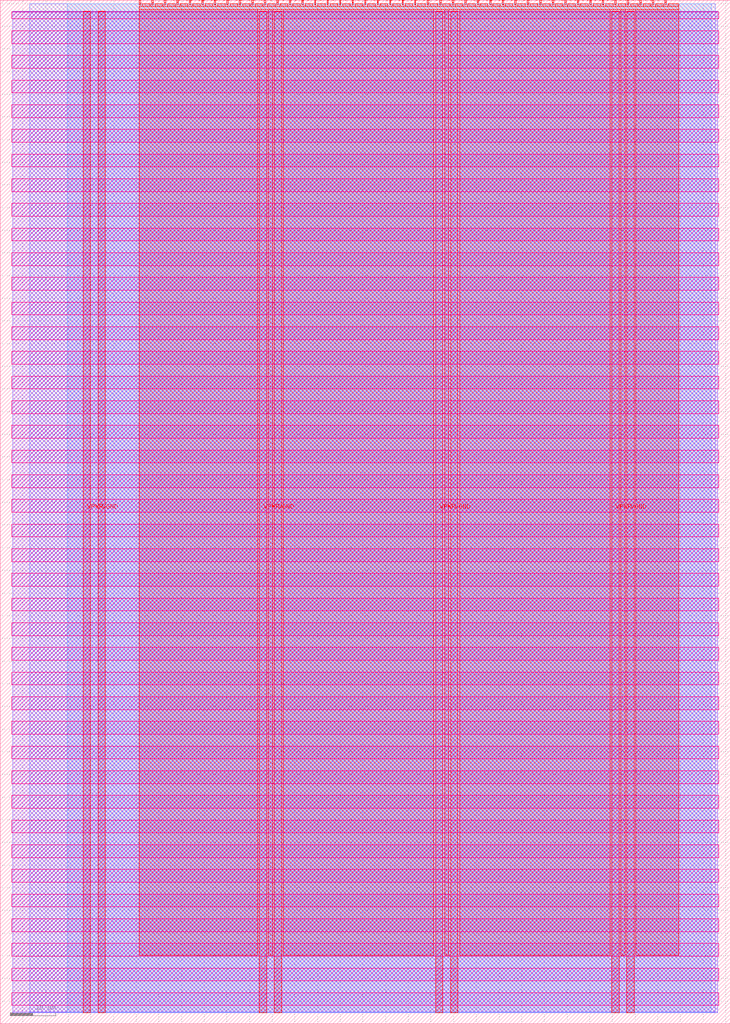
<source format=lef>
VERSION 5.7 ;
  NOWIREEXTENSIONATPIN ON ;
  DIVIDERCHAR "/" ;
  BUSBITCHARS "[]" ;
MACRO tt_um_gfg_development_tinymandelbrot
  CLASS BLOCK ;
  FOREIGN tt_um_gfg_development_tinymandelbrot ;
  ORIGIN 0.000 0.000 ;
  SIZE 161.000 BY 225.760 ;
  PIN VGND
    DIRECTION INOUT ;
    USE GROUND ;
    PORT
      LAYER met4 ;
        RECT 21.580 2.480 23.180 223.280 ;
    END
    PORT
      LAYER met4 ;
        RECT 60.450 2.480 62.050 223.280 ;
    END
    PORT
      LAYER met4 ;
        RECT 99.320 2.480 100.920 223.280 ;
    END
    PORT
      LAYER met4 ;
        RECT 138.190 2.480 139.790 223.280 ;
    END
  END VGND
  PIN VPWR
    DIRECTION INOUT ;
    USE POWER ;
    PORT
      LAYER met4 ;
        RECT 18.280 2.480 19.880 223.280 ;
    END
    PORT
      LAYER met4 ;
        RECT 57.150 2.480 58.750 223.280 ;
    END
    PORT
      LAYER met4 ;
        RECT 96.020 2.480 97.620 223.280 ;
    END
    PORT
      LAYER met4 ;
        RECT 134.890 2.480 136.490 223.280 ;
    END
  END VPWR
  PIN clk
    DIRECTION INPUT ;
    USE SIGNAL ;
    ANTENNAGATEAREA 0.852000 ;
    PORT
      LAYER met4 ;
        RECT 143.830 224.760 144.130 225.760 ;
    END
  END clk
  PIN ena
    DIRECTION INPUT ;
    USE SIGNAL ;
    PORT
      LAYER met4 ;
        RECT 146.590 224.760 146.890 225.760 ;
    END
  END ena
  PIN rst_n
    DIRECTION INPUT ;
    USE SIGNAL ;
    ANTENNAGATEAREA 0.196500 ;
    PORT
      LAYER met4 ;
        RECT 141.070 224.760 141.370 225.760 ;
    END
  END rst_n
  PIN ui_in[0]
    DIRECTION INPUT ;
    USE SIGNAL ;
    ANTENNAGATEAREA 0.196500 ;
    PORT
      LAYER met4 ;
        RECT 138.310 224.760 138.610 225.760 ;
    END
  END ui_in[0]
  PIN ui_in[1]
    DIRECTION INPUT ;
    USE SIGNAL ;
    ANTENNAGATEAREA 0.196500 ;
    PORT
      LAYER met4 ;
        RECT 135.550 224.760 135.850 225.760 ;
    END
  END ui_in[1]
  PIN ui_in[2]
    DIRECTION INPUT ;
    USE SIGNAL ;
    ANTENNAGATEAREA 0.196500 ;
    PORT
      LAYER met4 ;
        RECT 132.790 224.760 133.090 225.760 ;
    END
  END ui_in[2]
  PIN ui_in[3]
    DIRECTION INPUT ;
    USE SIGNAL ;
    ANTENNAGATEAREA 0.159000 ;
    PORT
      LAYER met4 ;
        RECT 130.030 224.760 130.330 225.760 ;
    END
  END ui_in[3]
  PIN ui_in[4]
    DIRECTION INPUT ;
    USE SIGNAL ;
    ANTENNAGATEAREA 0.196500 ;
    PORT
      LAYER met4 ;
        RECT 127.270 224.760 127.570 225.760 ;
    END
  END ui_in[4]
  PIN ui_in[5]
    DIRECTION INPUT ;
    USE SIGNAL ;
    ANTENNAGATEAREA 0.196500 ;
    PORT
      LAYER met4 ;
        RECT 124.510 224.760 124.810 225.760 ;
    END
  END ui_in[5]
  PIN ui_in[6]
    DIRECTION INPUT ;
    USE SIGNAL ;
    ANTENNAGATEAREA 0.196500 ;
    PORT
      LAYER met4 ;
        RECT 121.750 224.760 122.050 225.760 ;
    END
  END ui_in[6]
  PIN ui_in[7]
    DIRECTION INPUT ;
    USE SIGNAL ;
    ANTENNAGATEAREA 0.196500 ;
    PORT
      LAYER met4 ;
        RECT 118.990 224.760 119.290 225.760 ;
    END
  END ui_in[7]
  PIN uio_in[0]
    DIRECTION INPUT ;
    USE SIGNAL ;
    PORT
      LAYER met4 ;
        RECT 116.230 224.760 116.530 225.760 ;
    END
  END uio_in[0]
  PIN uio_in[1]
    DIRECTION INPUT ;
    USE SIGNAL ;
    PORT
      LAYER met4 ;
        RECT 113.470 224.760 113.770 225.760 ;
    END
  END uio_in[1]
  PIN uio_in[2]
    DIRECTION INPUT ;
    USE SIGNAL ;
    PORT
      LAYER met4 ;
        RECT 110.710 224.760 111.010 225.760 ;
    END
  END uio_in[2]
  PIN uio_in[3]
    DIRECTION INPUT ;
    USE SIGNAL ;
    PORT
      LAYER met4 ;
        RECT 107.950 224.760 108.250 225.760 ;
    END
  END uio_in[3]
  PIN uio_in[4]
    DIRECTION INPUT ;
    USE SIGNAL ;
    PORT
      LAYER met4 ;
        RECT 105.190 224.760 105.490 225.760 ;
    END
  END uio_in[4]
  PIN uio_in[5]
    DIRECTION INPUT ;
    USE SIGNAL ;
    PORT
      LAYER met4 ;
        RECT 102.430 224.760 102.730 225.760 ;
    END
  END uio_in[5]
  PIN uio_in[6]
    DIRECTION INPUT ;
    USE SIGNAL ;
    PORT
      LAYER met4 ;
        RECT 99.670 224.760 99.970 225.760 ;
    END
  END uio_in[6]
  PIN uio_in[7]
    DIRECTION INPUT ;
    USE SIGNAL ;
    PORT
      LAYER met4 ;
        RECT 96.910 224.760 97.210 225.760 ;
    END
  END uio_in[7]
  PIN uio_oe[0]
    DIRECTION OUTPUT ;
    USE SIGNAL ;
    ANTENNADIFFAREA 0.445500 ;
    PORT
      LAYER met4 ;
        RECT 49.990 224.760 50.290 225.760 ;
    END
  END uio_oe[0]
  PIN uio_oe[1]
    DIRECTION OUTPUT ;
    USE SIGNAL ;
    ANTENNADIFFAREA 0.445500 ;
    PORT
      LAYER met4 ;
        RECT 47.230 224.760 47.530 225.760 ;
    END
  END uio_oe[1]
  PIN uio_oe[2]
    DIRECTION OUTPUT ;
    USE SIGNAL ;
    ANTENNADIFFAREA 0.445500 ;
    PORT
      LAYER met4 ;
        RECT 44.470 224.760 44.770 225.760 ;
    END
  END uio_oe[2]
  PIN uio_oe[3]
    DIRECTION OUTPUT ;
    USE SIGNAL ;
    ANTENNADIFFAREA 0.445500 ;
    PORT
      LAYER met4 ;
        RECT 41.710 224.760 42.010 225.760 ;
    END
  END uio_oe[3]
  PIN uio_oe[4]
    DIRECTION OUTPUT ;
    USE SIGNAL ;
    ANTENNADIFFAREA 0.445500 ;
    PORT
      LAYER met4 ;
        RECT 38.950 224.760 39.250 225.760 ;
    END
  END uio_oe[4]
  PIN uio_oe[5]
    DIRECTION OUTPUT ;
    USE SIGNAL ;
    ANTENNADIFFAREA 0.445500 ;
    PORT
      LAYER met4 ;
        RECT 36.190 224.760 36.490 225.760 ;
    END
  END uio_oe[5]
  PIN uio_oe[6]
    DIRECTION OUTPUT ;
    USE SIGNAL ;
    ANTENNADIFFAREA 0.445500 ;
    PORT
      LAYER met4 ;
        RECT 33.430 224.760 33.730 225.760 ;
    END
  END uio_oe[6]
  PIN uio_oe[7]
    DIRECTION OUTPUT ;
    USE SIGNAL ;
    ANTENNADIFFAREA 0.445500 ;
    PORT
      LAYER met4 ;
        RECT 30.670 224.760 30.970 225.760 ;
    END
  END uio_oe[7]
  PIN uio_out[0]
    DIRECTION OUTPUT ;
    USE SIGNAL ;
    ANTENNAGATEAREA 0.373500 ;
    ANTENNADIFFAREA 0.891000 ;
    PORT
      LAYER met4 ;
        RECT 72.070 224.760 72.370 225.760 ;
    END
  END uio_out[0]
  PIN uio_out[1]
    DIRECTION OUTPUT ;
    USE SIGNAL ;
    ANTENNAGATEAREA 0.621000 ;
    ANTENNADIFFAREA 0.891000 ;
    PORT
      LAYER met4 ;
        RECT 69.310 224.760 69.610 225.760 ;
    END
  END uio_out[1]
  PIN uio_out[2]
    DIRECTION OUTPUT ;
    USE SIGNAL ;
    ANTENNAGATEAREA 0.373500 ;
    ANTENNADIFFAREA 0.891000 ;
    PORT
      LAYER met4 ;
        RECT 66.550 224.760 66.850 225.760 ;
    END
  END uio_out[2]
  PIN uio_out[3]
    DIRECTION OUTPUT ;
    USE SIGNAL ;
    ANTENNAGATEAREA 0.373500 ;
    ANTENNADIFFAREA 0.891000 ;
    PORT
      LAYER met4 ;
        RECT 63.790 224.760 64.090 225.760 ;
    END
  END uio_out[3]
  PIN uio_out[4]
    DIRECTION OUTPUT ;
    USE SIGNAL ;
    ANTENNADIFFAREA 0.795200 ;
    PORT
      LAYER met4 ;
        RECT 61.030 224.760 61.330 225.760 ;
    END
  END uio_out[4]
  PIN uio_out[5]
    DIRECTION OUTPUT ;
    USE SIGNAL ;
    ANTENNADIFFAREA 0.445500 ;
    PORT
      LAYER met4 ;
        RECT 58.270 224.760 58.570 225.760 ;
    END
  END uio_out[5]
  PIN uio_out[6]
    DIRECTION OUTPUT ;
    USE SIGNAL ;
    ANTENNADIFFAREA 0.445500 ;
    PORT
      LAYER met4 ;
        RECT 55.510 224.760 55.810 225.760 ;
    END
  END uio_out[6]
  PIN uio_out[7]
    DIRECTION OUTPUT ;
    USE SIGNAL ;
    ANTENNADIFFAREA 0.445500 ;
    PORT
      LAYER met4 ;
        RECT 52.750 224.760 53.050 225.760 ;
    END
  END uio_out[7]
  PIN uo_out[0]
    DIRECTION OUTPUT ;
    USE SIGNAL ;
    ANTENNADIFFAREA 0.445500 ;
    PORT
      LAYER met4 ;
        RECT 94.150 224.760 94.450 225.760 ;
    END
  END uo_out[0]
  PIN uo_out[1]
    DIRECTION OUTPUT ;
    USE SIGNAL ;
    ANTENNADIFFAREA 0.891000 ;
    PORT
      LAYER met4 ;
        RECT 91.390 224.760 91.690 225.760 ;
    END
  END uo_out[1]
  PIN uo_out[2]
    DIRECTION OUTPUT ;
    USE SIGNAL ;
    ANTENNADIFFAREA 0.891000 ;
    PORT
      LAYER met4 ;
        RECT 88.630 224.760 88.930 225.760 ;
    END
  END uo_out[2]
  PIN uo_out[3]
    DIRECTION OUTPUT ;
    USE SIGNAL ;
    ANTENNADIFFAREA 0.891000 ;
    PORT
      LAYER met4 ;
        RECT 85.870 224.760 86.170 225.760 ;
    END
  END uo_out[3]
  PIN uo_out[4]
    DIRECTION OUTPUT ;
    USE SIGNAL ;
    ANTENNADIFFAREA 0.891000 ;
    PORT
      LAYER met4 ;
        RECT 83.110 224.760 83.410 225.760 ;
    END
  END uo_out[4]
  PIN uo_out[5]
    DIRECTION OUTPUT ;
    USE SIGNAL ;
    ANTENNADIFFAREA 0.891000 ;
    PORT
      LAYER met4 ;
        RECT 80.350 224.760 80.650 225.760 ;
    END
  END uo_out[5]
  PIN uo_out[6]
    DIRECTION OUTPUT ;
    USE SIGNAL ;
    ANTENNADIFFAREA 0.891000 ;
    PORT
      LAYER met4 ;
        RECT 77.590 224.760 77.890 225.760 ;
    END
  END uo_out[6]
  PIN uo_out[7]
    DIRECTION OUTPUT ;
    USE SIGNAL ;
    ANTENNADIFFAREA 1.288000 ;
    PORT
      LAYER met4 ;
        RECT 74.830 224.760 75.130 225.760 ;
    END
  END uo_out[7]
  OBS
      LAYER nwell ;
        RECT 2.570 221.625 158.430 223.230 ;
        RECT 2.570 216.185 158.430 219.015 ;
        RECT 2.570 210.745 158.430 213.575 ;
        RECT 2.570 205.305 158.430 208.135 ;
        RECT 2.570 199.865 158.430 202.695 ;
        RECT 2.570 194.425 158.430 197.255 ;
        RECT 2.570 188.985 158.430 191.815 ;
        RECT 2.570 183.545 158.430 186.375 ;
        RECT 2.570 178.105 158.430 180.935 ;
        RECT 2.570 172.665 158.430 175.495 ;
        RECT 2.570 167.225 158.430 170.055 ;
        RECT 2.570 161.785 158.430 164.615 ;
        RECT 2.570 156.345 158.430 159.175 ;
        RECT 2.570 150.905 158.430 153.735 ;
        RECT 2.570 145.465 158.430 148.295 ;
        RECT 2.570 140.025 158.430 142.855 ;
        RECT 2.570 134.585 158.430 137.415 ;
        RECT 2.570 129.145 158.430 131.975 ;
        RECT 2.570 123.705 158.430 126.535 ;
        RECT 2.570 118.265 158.430 121.095 ;
        RECT 2.570 112.825 158.430 115.655 ;
        RECT 2.570 107.385 158.430 110.215 ;
        RECT 2.570 101.945 158.430 104.775 ;
        RECT 2.570 96.505 158.430 99.335 ;
        RECT 2.570 91.065 158.430 93.895 ;
        RECT 2.570 85.625 158.430 88.455 ;
        RECT 2.570 80.185 158.430 83.015 ;
        RECT 2.570 74.745 158.430 77.575 ;
        RECT 2.570 69.305 158.430 72.135 ;
        RECT 2.570 63.865 158.430 66.695 ;
        RECT 2.570 58.425 158.430 61.255 ;
        RECT 2.570 52.985 158.430 55.815 ;
        RECT 2.570 47.545 158.430 50.375 ;
        RECT 2.570 42.105 158.430 44.935 ;
        RECT 2.570 36.665 158.430 39.495 ;
        RECT 2.570 31.225 158.430 34.055 ;
        RECT 2.570 25.785 158.430 28.615 ;
        RECT 2.570 20.345 158.430 23.175 ;
        RECT 2.570 14.905 158.430 17.735 ;
        RECT 2.570 9.465 158.430 12.295 ;
        RECT 2.570 4.025 158.430 6.855 ;
      LAYER li1 ;
        RECT 2.760 2.635 158.240 223.125 ;
      LAYER met1 ;
        RECT 2.760 2.480 158.240 223.280 ;
      LAYER met2 ;
        RECT 6.540 2.535 157.680 224.925 ;
      LAYER met3 ;
        RECT 14.785 2.555 156.795 224.905 ;
      LAYER met4 ;
        RECT 31.370 224.360 33.030 224.905 ;
        RECT 34.130 224.360 35.790 224.905 ;
        RECT 36.890 224.360 38.550 224.905 ;
        RECT 39.650 224.360 41.310 224.905 ;
        RECT 42.410 224.360 44.070 224.905 ;
        RECT 45.170 224.360 46.830 224.905 ;
        RECT 47.930 224.360 49.590 224.905 ;
        RECT 50.690 224.360 52.350 224.905 ;
        RECT 53.450 224.360 55.110 224.905 ;
        RECT 56.210 224.360 57.870 224.905 ;
        RECT 58.970 224.360 60.630 224.905 ;
        RECT 61.730 224.360 63.390 224.905 ;
        RECT 64.490 224.360 66.150 224.905 ;
        RECT 67.250 224.360 68.910 224.905 ;
        RECT 70.010 224.360 71.670 224.905 ;
        RECT 72.770 224.360 74.430 224.905 ;
        RECT 75.530 224.360 77.190 224.905 ;
        RECT 78.290 224.360 79.950 224.905 ;
        RECT 81.050 224.360 82.710 224.905 ;
        RECT 83.810 224.360 85.470 224.905 ;
        RECT 86.570 224.360 88.230 224.905 ;
        RECT 89.330 224.360 90.990 224.905 ;
        RECT 92.090 224.360 93.750 224.905 ;
        RECT 94.850 224.360 96.510 224.905 ;
        RECT 97.610 224.360 99.270 224.905 ;
        RECT 100.370 224.360 102.030 224.905 ;
        RECT 103.130 224.360 104.790 224.905 ;
        RECT 105.890 224.360 107.550 224.905 ;
        RECT 108.650 224.360 110.310 224.905 ;
        RECT 111.410 224.360 113.070 224.905 ;
        RECT 114.170 224.360 115.830 224.905 ;
        RECT 116.930 224.360 118.590 224.905 ;
        RECT 119.690 224.360 121.350 224.905 ;
        RECT 122.450 224.360 124.110 224.905 ;
        RECT 125.210 224.360 126.870 224.905 ;
        RECT 127.970 224.360 129.630 224.905 ;
        RECT 130.730 224.360 132.390 224.905 ;
        RECT 133.490 224.360 135.150 224.905 ;
        RECT 136.250 224.360 137.910 224.905 ;
        RECT 139.010 224.360 140.670 224.905 ;
        RECT 141.770 224.360 143.430 224.905 ;
        RECT 144.530 224.360 146.190 224.905 ;
        RECT 147.290 224.360 149.665 224.905 ;
        RECT 30.655 223.680 149.665 224.360 ;
        RECT 30.655 15.135 56.750 223.680 ;
        RECT 59.150 15.135 60.050 223.680 ;
        RECT 62.450 15.135 95.620 223.680 ;
        RECT 98.020 15.135 98.920 223.680 ;
        RECT 101.320 15.135 134.490 223.680 ;
        RECT 136.890 15.135 137.790 223.680 ;
        RECT 140.190 15.135 149.665 223.680 ;
  END
END tt_um_gfg_development_tinymandelbrot
END LIBRARY


</source>
